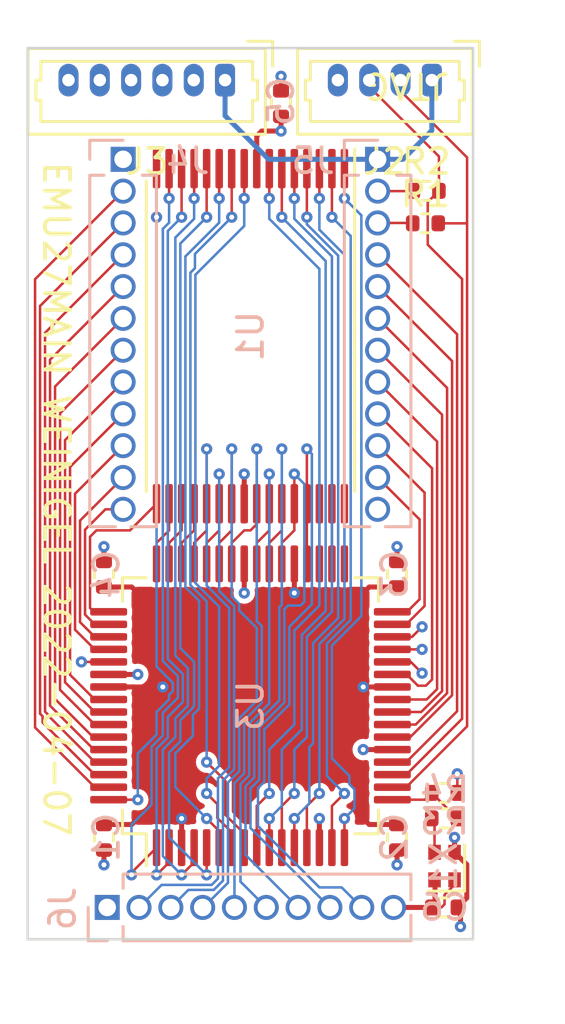
<source format=kicad_pcb>
(kicad_pcb (version 20211014) (generator pcbnew)
  (layers (0 "F.Cu" signal) (1 "In1.Cu" signal) (2 "In2.Cu" signal) (31 "B.Cu" signal) (34 "B.Paste" user) (35 "F.Paste" user) (36 "B.SilkS" user "B.Silkscreen") (37 "F.SilkS" user "F.Silkscreen") (38 "B.Mask" user) (39 "F.Mask" user) (44 "Edge.Cuts" user))
  (net 0 "")
  (net 1 "GND")
  (net 2 "A8")
  (net 3 "A9")
  (net 4 "A11")
  (net 5 "A13")
  (net 6 "+3V3")
  (net 7 "A14")
  (net 8 "A17")
  (net 9 "A16")
  (net 10 "A15")
  (net 11 "A12")
  (net 12 "A7")
  (net 13 "A6")
  (net 14 "A5")
  (net 15 "A4")
  (net 16 "A3")
  (net 17 "A2")
  (net 18 "A1")
  (net 19 "A0")
  (net 20 "D0")
  (net 21 "D1")
  (net 22 "D2")
  (net 23 "D3")
  (net 24 "D4")
  (net 25 "D5")
  (net 26 "D6")
  (net 27 "D7")
  (net 28 "A10")
  (net 29 "CE")
  (net 30 "OE")
  (net 31 "WE")
  (net 32 "A16_5V")
  (net 33 "A15_5V")
  (net 34 "A12_5V")
  (net 35 "A7_5V")
  (net 36 "A6_5V")
  (net 37 "A5_5V")
  (net 38 "A4_5V")
  (net 39 "A3_5V")
  (net 40 "A2_5V")
  (net 41 "A1_5V")
  (net 42 "A0_5V")
  (net 43 "A14_5V")
  (net 44 "A13_5V")
  (net 45 "A8_5V")
  (net 46 "A9_5V")
  (net 47 "A11_5V")
  (net 48 "OE_5V")
  (net 49 "A10_5V")
  (net 50 "CE_5V")
  (net 51 "TDI")
  (net 52 "TMS")
  (net 53 "TCK")
  (net 54 "TDO")
  (net 55 "PWR")
  (net 56 "A18")
  (net 57 "UART_RX")
  (net 58 "UART_TX")
  (net 59 "PGM_5V")
  (net 60 "A17_5V")
  (net 61 "Net-(U3-Pad17)")
  (net 62 "Net-(R3-Pad1)")
  (footprint "Resistor_SMD:R_0402_1005Metric" (layer "F.Cu") (at 107.747 114.478)
    (fp_text reference "R4")
    (fp_text value "1k")
  )
  (footprint "Resistor_SMD:R_0402_1005Metric" (layer "F.Cu") (at 101.2192 86.9678 -90)
    (fp_text reference "C5")
    (fp_text value "0.1u")
  )
  (footprint "Package_QFP:TQFP-64_10x10mm_P0.5mm" (layer "F.Cu") (at 100 111 90)
    (fp_text reference "U3")
    (fp_text value "XC9572XL-VQ64")
  )
  (footprint "Resistor_SMD:R_0402_1005Metric" (layer "F.Cu") (at 107.747 119.05 180)
    (fp_text reference "C6")
    (fp_text value "0.1u")
  )
  (footprint "Resistor_SMD:R_0402_1005Metric" (layer "F.Cu") (at 105.85 116.25 90)
    (fp_text reference "C2")
    (fp_text value "0.1u")
  )
  (footprint "Resistor_SMD:R_0402_1005Metric" (layer "F.Cu") (at 94.15 105.75 -90)
    (fp_text reference "C4")
    (fp_text value "0.1u")
  )
  (footprint "Resistor_SMD:R_0402_1005Metric" (layer "F.Cu") (at 94.15 116.25 90)
    (fp_text reference "C1")
    (fp_text value "0.1u")
  )
  (footprint "Resistor_SMD:R_0402_1005Metric" (layer "F.Cu") (at 105.85 105.75 -90)
    (fp_text reference "C3")
    (fp_text value "0.1u")
  )
  (footprint "Resistor_SMD:R_0402_1005Metric" (layer "F.Cu") (at 107.747 115.494)
    (fp_text reference "R3")
    (fp_text value "1k")
  )
  (footprint "Package_SO:TSOP-I-32_12.4x8mm_P0.5mm" (layer "F.Cu") (at 100 96.25 -90)
    (fp_text reference "U1")
    (fp_text value "SST39LF040_TSOP32")
  )
  (footprint "Resistor_SMD:R_0402_1005Metric" (layer "F.Cu") (at 106.985 91.745)
    (fp_text reference "R1")
    (fp_text value "0")
  )
  (footprint "Resistor_SMD:R_0402_1005Metric" (layer "F.Cu") (at 107.0124 90.4496)
    (fp_text reference "R2")
    (fp_text value "0")
  )
  (footprint "Connector_Molex:Molex_PicoBlade_53047-0410_1x04_P1.25mm_Vertical" (layer "F.Cu") (at 107.239 86.03 180)
    (fp_text reference "J2")
    (fp_text value "Conn_01x04")
  )
  (footprint "Connector_Molex:Molex_PicoBlade_53047-0610_1x06_P1.25mm_Vertical" (layer "F.Cu") (at 98.984 86.03 180)
    (fp_text reference "J3")
    (fp_text value "Conn_01x06")
  )
  (footprint "Oscillator:Oscillator_SMD_Abracon_ASCO-4Pin_1.6x1.2mm" (layer "F.Cu") (at 107.747 117.399 180)
    (fp_text reference "X1")
    (fp_text value "ASE-xxxMHz")
  )
  (footprint "Connector_PinSocket_1.27mm:PinSocket_1x12_P1.27mm_Vertical" (layer "B.Cu") (at 94.915007 89.190003 180)
    (fp_text reference "J4")
    (fp_text value "Conn_01x12")
  )
  (footprint "Connector_PinSocket_1.27mm:PinSocket_1x10_P1.27mm_Vertical" (layer "B.Cu") (at 94.280007 119.050003 -90)
    (fp_text reference "J6")
    (fp_text value "Conn_01x10")
  )
  (footprint "Connector_PinSocket_1.27mm:PinSocket_1x12_P1.27mm_Vertical" (layer "B.Cu") (at 105.075007 89.190003 180)
    (fp_text reference "J5")
    (fp_text value "Conn_01x12")
  )
  (gr_line (start 91.105 84.75) (end 108.885 84.75) (layer "Edge.Cuts") (width 0.1))
  (gr_line (start 108.885 120.32) (end 91.105 120.32) (layer "Edge.Cuts") (width 0.1))
  (gr_line (start 91.105 120.32) (end 91.105 84.75) (layer "Edge.Cuts") (width 0.1))
  (gr_line (start 108.885 84.75) (end 108.885 120.32) (layer "Edge.Cuts") (width 0.1))
  (gr_text "JTAG" (at 106.25 86.25 180) (layer "F.SilkS") (effects (font (size 1 1))))
  (gr_text "EMU27MAIN WEINIGEL 2022-04-07" (at 92.250006 102.75001 270) (layer "F.SilkS") (effects (font (size 1 1))))
  (segment (start 108.147 116.849) (end 108.147 116.275) (width 0.2) (layer "F.Cu") (net 1))
  (segment (start 105.85 105.24) (end 105.85 104.65) (width 0.2) (layer "F.Cu") (net 1))
  (segment (start 101.2192 86.4578) (end 101.2192 85.8776) (width 0.2) (layer "F.Cu") (net 1))
  (segment (start 99.75 105.3375) (end 99.75 106.5) (width 0.2) (layer "F.Cu") (net 1))
  (segment (start 99.75 102.9375) (end 99.75 101.75) (width 0.2) (layer "F.Cu") (net 1))
  (segment (start 108.636 117.338) (end 108.147 116.849) (width 0.2) (layer "F.Cu") (net 1))
  (segment (start 94.15 116.76) (end 94.15 117.35) (width 0.2) (layer "F.Cu") (net 1))
  (segment (start 108.257 114.478) (end 108.257 113.718) (width 0.1) (layer "F.Cu") (net 1))
  (segment (start 94.15 105.25) (end 94.15 104.65) (width 0.2) (layer "F.Cu") (net 1))
  (segment (start 105.6625 112.75) (end 104.5 112.75) (width 0.2) (layer "F.Cu") (net 1))
  (segment (start 105.85 116.76) (end 105.85 117.35) (width 0.2) (layer "F.Cu") (net 1))
  (segment (start 108.636 118.669) (end 108.636 117.338) (width 0.2) (layer "F.Cu") (net 1))
  (segment (start 108.257 113.718) (end 108.255 113.716) (width 0.1) (layer "F.Cu") (net 1))
  (segment (start 108.257 119.048) (end 108.636 118.669) (width 0.2) (layer "F.Cu") (net 1))
  (segment (start 108.257 119.05) (end 108.257 119.048) (width 0.2) (layer "F.Cu") (net 1))
  (segment (start 102.75 116.6625) (end 102.75 115.5) (width 0.2) (layer "F.Cu") (net 1))
  (segment (start 94.3375 109.75) (end 95.5 109.75) (width 0.2) (layer "F.Cu") (net 1))
  (segment (start 108.384 119.81) (end 108.382 119.812) (width 0.2) (layer "F.Cu") (net 1))
  (segment (start 108.384 119.05) (end 108.384 119.81) (width 0.2) (layer "F.Cu") (net 1))
  (segment (start 108.147 116.275) (end 108.128 116.256) (width 0.2) (layer "F.Cu") (net 1))
  (via (at 108.147002 116.256003) (size 0.45) (drill 0.2) (layers "F.Cu" "B.Cu") (net 1))
  (via (at 108.255 113.716) (size 0.45) (drill 0.2) (layers "F.Cu" "B.Cu") (net 1))
  (via (at 105.85 117.35) (size 0.45) (drill 0.2) (layers "F.Cu" "B.Cu") (net 1))
  (via (at 108.382 119.812) (size 0.45) (drill 0.2) (layers "F.Cu" "B.Cu") (net 1))
  (via (at 94.15 117.35) (size 0.45) (drill 0.2) (layers "F.Cu" "B.Cu") (net 1))
  (via (at 102.75 115.5) (size 0.45) (drill 0.2) (layers "F.Cu" "B.Cu") (net 1))
  (via (at 99.75 106.5) (size 0.45) (drill 0.2) (layers "F.Cu" "B.Cu") (net 1))
  (via (at 95.5 109.75) (size 0.45) (drill 0.2) (layers "F.Cu" "B.Cu") (net 1))
  (via (at 104.5 112.75) (size 0.45) (drill 0.2) (layers "F.Cu" "B.Cu") (net 1))
  (via (at 94.15 104.65) (size 0.45) (drill 0.2) (layers "F.Cu" "B.Cu") (net 1))
  (via (at 99.75 101.75) (size 0.45) (drill 0.2) (layers "F.Cu" "B.Cu") (net 1))
  (via (at 105.85 104.65) (size 0.45) (drill 0.2) (layers "F.Cu" "B.Cu") (net 1))
  (via (at 101.2192 85.8776) (size 0.45) (drill 0.2) (layers "F.Cu" "B.Cu") (net 1))
  (segment (start 102.25 116.6625) (end 102.25 115) (width 0.1) (layer "F.Cu") (net 2))
  (segment (start 102.25 115) (end 102.75 114.5) (width 0.1) (layer "F.Cu") (net 2))
  (segment (start 102.75 89.5625) (end 102.75 90.75) (width 0.1) (layer "F.Cu") (net 2))
  (via (at 102.75 114.5) (size 0.45) (drill 0.2) (layers "F.Cu" "B.Cu") (net 2))
  (via (at 102.75 90.75) (size 0.45) (drill 0.2) (layers "F.Cu" "B.Cu") (net 2))
  (segment (start 102.75 92) (end 102.75 90.75) (width 0.1) (layer "B.Cu") (net 2))
  (segment (start 103.75 93) (end 102.75 92) (width 0.1) (layer "B.Cu") (net 2))
  (segment (start 102.75 108.536689) (end 103.75 107.536689) (width 0.1) (layer "B.Cu") (net 2))
  (segment (start 102.75 114.5) (end 102.75 108.536689) (width 0.1) (layer "B.Cu") (net 2))
  (segment (start 103.75 107.536689) (end 103.75 93) (width 0.1) (layer "B.Cu") (net 2))
  (segment (start 103.25 89.5625) (end 103.25 91.5) (width 0.1) (layer "F.Cu") (net 3))
  (segment (start 103.25 115) (end 103.75 114.5) (width 0.1) (layer "F.Cu") (net 3))
  (segment (start 103.25 116.6625) (end 103.25 115) (width 0.1) (layer "F.Cu") (net 3))
  (via (at 103.75 114.5) (size 0.45) (drill 0.2) (layers "F.Cu" "B.Cu") (net 3))
  (via (at 103.25 91.5) (size 0.45) (drill 0.2) (layers "F.Cu" "B.Cu") (net 3))
  (segment (start 103.75 114.5) (end 103.050489 113.800489) (width 0.1) (layer "B.Cu") (net 3))
  (segment (start 103.050489 108.518351) (end 104 107.56884) (width 0.1) (layer "B.Cu") (net 3))
  (segment (start 104 92.25) (end 103.25 91.5) (width 0.1) (layer "B.Cu") (net 3))
  (segment (start 104 107.56884) (end 104 92.25) (width 0.1) (layer "B.Cu") (net 3))
  (segment (start 103.050489 113.800489) (end 103.050489 108.518351) (width 0.1) (layer "B.Cu") (net 3))
  (segment (start 103.75 89.5625) (end 103.75 90.75) (width 0.1) (layer "F.Cu") (net 4))
  (segment (start 103.75 115.5) (end 103.75 116.6625) (width 0.1) (layer "F.Cu") (net 4))
  (via (at 103.75 115.5) (size 0.45) (drill 0.2) (layers "F.Cu" "B.Cu") (net 4))
  (via (at 103.75 90.75) (size 0.45) (drill 0.2) (layers "F.Cu" "B.Cu") (net 4))
  (segment (start 104.425496 91.425496) (end 103.75 90.75) (width 0.1) (layer "B.Cu") (net 4))
  (segment (start 103.75 115.5) (end 104.149501 115.100499) (width 0.1) (layer "B.Cu") (net 4))
  (segment (start 104.149501 114.33452) (end 103.949511 114.13453) (width 0.1) (layer "B.Cu") (net 4))
  (segment (start 104.425496 107.425496) (end 104.425496 91.425496) (width 0.1) (layer "B.Cu") (net 4))
  (segment (start 103.25 108.600992) (end 104.425496 107.425496) (width 0.1) (layer "B.Cu") (net 4))
  (segment (start 103.25 113.100978) (end 103.25 108.600992) (width 0.1) (layer "B.Cu") (net 4))
  (segment (start 104.149501 115.100499) (end 104.149501 114.33452) (width 0.1) (layer "B.Cu") (net 4))
  (segment (start 103.949511 114.13453) (end 103.949511 113.800489) (width 0.1) (layer "B.Cu") (net 4))
  (segment (start 103.949511 113.800489) (end 103.25 113.100978) (width 0.1) (layer "B.Cu") (net 4))
  (segment (start 101.75 116.6625) (end 101.75 115.5) (width 0.1) (layer "F.Cu") (net 5))
  (segment (start 102.25 89.5625) (end 102.25 91.5) (width 0.1) (layer "F.Cu") (net 5))
  (via (at 101.75 115.5) (size 0.45) (drill 0.2) (layers "F.Cu" "B.Cu") (net 5))
  (via (at 102.25 91.5) (size 0.45) (drill 0.2) (layers "F.Cu" "B.Cu") (net 5))
  (segment (start 102.350499 112.649501) (end 102.5 112.5) (width 0.1) (layer "B.Cu") (net 5))
  (segment (start 102.350499 114.899501) (end 102.350499 112.649501) (width 0.1) (layer "B.Cu") (net 5))
  (segment (start 102.5 108.5) (end 103.5 107.5) (width 0.1) (layer "B.Cu") (net 5))
  (segment (start 103.5 107.5) (end 103.5 93.032152) (width 0.1) (layer "B.Cu") (net 5))
  (segment (start 102.5 112.5) (end 102.5 108.5) (width 0.1) (layer "B.Cu") (net 5))
  (segment (start 101.75 115.5) (end 102.350499 114.899501) (width 0.1) (layer "B.Cu") (net 5))
  (segment (start 102.25 91.782152) (end 102.25 91.5) (width 0.1) (layer "B.Cu") (net 5))
  (segment (start 103.5 93.032152) (end 102.25 91.782152) (width 0.1) (layer "B.Cu") (net 5))
  (segment (start 96.5 107.5) (end 96.5 110.25) (width 0.2) (layer "F.Cu") (net 6))
  (segment (start 107.347 117.949) (end 107.347 118.142) (width 0.2) (layer "F.Cu") (net 6))
  (segment (start 104.74 106.26) (end 104.5 106.5) (width 0.2) (layer "F.Cu") (net 6))
  (segment (start 100.25 89.5625) (end 100.25 88.26) (width 0.2) (layer "F.Cu") (net 6))
  (segment (start 95.26 115.74) (end 95.5 115.5) (width 0.2) (layer "F.Cu") (net 6))
  (segment (start 94.3375 110.25) (end 96.5 110.25) (width 0.2) (layer "F.Cu") (net 6))
  (segment (start 107.747 118.542) (end 107.747 118.923) (width 0.1) (layer "F.Cu") (net 6))
  (segment (start 101.75 106.5) (end 101.75 109.25) (width 0.2) (layer "F.Cu") (net 6))
  (segment (start 101.75 105.3375) (end 101.75 106.5) (width 0.2) (layer "F.Cu") (net 6))
  (segment (start 100 111) (end 103.75 111) (width 0.2) (layer "F.Cu") (net 6))
  (segment (start 97.25 113.75) (end 97.25 111) (width 0.2) (layer "F.Cu") (net 6))
  (segment (start 94.15 115.74) (end 95.26 115.74) (width 0.2) (layer "F.Cu") (net 6))
  (segment (start 104.74 115.74) (end 104.5 115.5) (width 0.2) (layer "F.Cu") (net 6))
  (segment (start 107.366 118.921) (end 107.237 119.05) (width 0.2) (layer "F.Cu") (net 6))
  (segment (start 104.5 114) (end 103.75 113.25) (width 0.2) (layer "F.Cu") (net 6))
  (segment (start 97.25 116.6625) (end 97.25 115.5) (width 0.2) (layer "F.Cu") (net 6))
  (segment (start 101.75 109.25) (end 100 111) (width 0.2) (layer "F.Cu") (net 6))
  (segment (start 95.26 106.26) (end 96.5 107.5) (width 0.2) (layer "F.Cu") (net 6))
  (segment (start 104.5 106.5) (end 101.75 106.5) (width 0.2) (layer "F.Cu") (net 6))
  (segment (start 97.25 115.5) (end 97.25 113.75) (width 0.2) (layer "F.Cu") (net 6))
  (segment (start 105.71001 119.05) (end 105.710007 119.050003) (width 0.2) (layer "F.Cu") (net 6))
  (segment (start 108.147 118.142) (end 107.747 118.542) (width 0.1) (layer "F.Cu") (net 6))
  (segment (start 100 111) (end 97.25 111) (width 0.2) (layer "F.Cu") (net 6))
  (segment (start 101.2192 87.4036) (end 101.2192 88.062) (width 0.2) (layer "F.Cu") (net 6))
  (segment (start 105.6625 110.25) (end 104.5 110.25) (width 0.2) (layer "F.Cu") (net 6))
  (segment (start 107.366 118.161) (end 107.366 118.921) (width 0.2) (layer "F.Cu") (net 6))
  (segment (start 107.62 119.05) (end 107.237 119.05) (width 0.1) (layer "F.Cu") (net 6))
  (segment (start 94.15 106.26) (end 95.26 106.26) (width 0.2) (layer "F.Cu") (net 6))
  (segment (start 103.75 111) (end 104.5 110.25) (width 0.2) (layer "F.Cu") (net 6))
  (segment (start 103.75 113.25) (end 103.75 111) (width 0.2) (layer "F.Cu") (net 6))
  (segment (start 108.147 117.949) (end 108.147 118.142) (width 0.1) (layer "F.Cu") (net 6))
  (segment (start 105.85 106.26) (end 104.74 106.26) (width 0.2) (layer "F.Cu") (net 6))
  (segment (start 100.448 88.062) (end 100.25 88.26) (width 0.2) (layer "F.Cu") (net 6))
  (segment (start 97.25 111) (end 96.5 110.25) (width 0.2) (layer "F.Cu") (net 6))
  (segment (start 107.347 118.142) (end 107.366 118.161) (width 0.2) (layer "F.Cu") (net 6))
  (segment (start 104.5 115.5) (end 104.5 114) (width 0.2) (layer "F.Cu") (net 6))
  (segment (start 101.2192 88.062) (end 100.448 88.062) (width 0.2) (layer "F.Cu") (net 6))
  (segment (start 107.747 118.923) (end 107.62 119.05) (width 0.1) (layer "F.Cu") (net 6))
  (segment (start 105.85 115.74) (end 104.74 115.74) (width 0.2) (layer "F.Cu") (net 6))
  (segment (start 95.5 115.5) (end 97.25 115.5) (width 0.2) (layer "F.Cu") (net 6))
  (segment (start 107.237 119.05) (end 105.71001 119.05) (width 0.2) (layer "F.Cu") (net 6))
  (via (at 101.2192 88.062) (size 0.45) (drill 0.2) (layers "F.Cu" "B.Cu") (net 6))
  (via (at 101.75 106.5) (size 0.45) (drill 0.2) (layers "F.Cu" "B.Cu") (net 6))
  (via (at 96.5 110.25) (size 0.45) (drill 0.2) (layers "F.Cu" "B.Cu") (net 6))
  (via (at 97.25 115.5) (size 0.45) (drill 0.2) (layers "F.Cu" "B.Cu") (net 6))
  (via (at 104.5 110.25) (size 0.45) (drill 0.2) (layers "F.Cu" "B.Cu") (net 6))
  (segment (start 101.75 90.75) (end 101.75 89.5625) (width 0.1) (layer "F.Cu") (net 7))
  (segment (start 101.25 116.6625) (end 101.25 115) (width 0.1) (layer "F.Cu") (net 7))
  (segment (start 101.25 115) (end 101.75 114.5) (width 0.1) (layer "F.Cu") (net 7))
  (via (at 101.75 90.75) (size 0.45) (drill 0.2) (layers "F.Cu" "B.Cu") (net 7))
  (via (at 101.75 114.5) (size 0.45) (drill 0.2) (layers "F.Cu" "B.Cu") (net 7))
  (segment (start 102.25 112.25) (end 102.25 108.25) (width 0.1) (layer "B.Cu") (net 7))
  (segment (start 101.75 114.5) (end 101.75 112.75) (width 0.1) (layer "B.Cu") (net 7))
  (segment (start 103.25 107.25) (end 103.25 93.064981) (width 0.1) (layer "B.Cu") (net 7))
  (segment (start 101.75 112.75) (end 102.25 112.25) (width 0.1) (layer "B.Cu") (net 7))
  (segment (start 103.25 93.064981) (end 101.75 91.564981) (width 0.1) (layer "B.Cu") (net 7))
  (segment (start 101.75 91.564981) (end 101.75 90.75) (width 0.1) (layer "B.Cu") (net 7))
  (segment (start 102.25 108.25) (end 103.25 107.25) (width 0.1) (layer "B.Cu") (net 7))
  (segment (start 101.25 89.5625) (end 101.25 91.5) (width 0.1) (layer "F.Cu") (net 8))
  (segment (start 100.75 116.6625) (end 100.75 115.5) (width 0.1) (layer "F.Cu") (net 8))
  (via (at 100.75 115.5) (size 0.45) (drill 0.2) (layers "F.Cu" "B.Cu") (net 8))
  (via (at 101.25 91.5) (size 0.45) (drill 0.2) (layers "F.Cu" "B.Cu") (net 8))
  (segment (start 103 93.25) (end 101.25 91.5) (width 0.1) (layer "B.Cu") (net 8))
  (segment (start 103 107.217848) (end 103 93.25) (width 0.1) (layer "B.Cu") (net 8))
  (segment (start 100.75 115.5) (end 101.25 115) (width 0.1) (layer "B.Cu") (net 8))
  (segment (start 102.050489 108.167359) (end 103 107.217848) (width 0.1) (layer "B.Cu") (net 8))
  (segment (start 101.25 112.75) (end 102.050489 111.949511) (width 0.1) (layer "B.Cu") (net 8))
  (segment (start 102.050489 111.949511) (end 102.050489 108.167359) (width 0.1) (layer "B.Cu") (net 8))
  (segment (start 101.25 115) (end 101.25 112.75) (width 0.1) (layer "B.Cu") (net 8))
  (segment (start 99 115.357481) (end 99 114) (width 0.1) (layer "F.Cu") (net 9))
  (segment (start 99.25 89.5625) (end 99.25 91.5) (width 0.1) (layer "F.Cu") (net 9))
  (segment (start 99.75 116.107481) (end 99 115.357481) (width 0.1) (layer "F.Cu") (net 9))
  (segment (start 99 114) (end 98.25 113.25) (width 0.1) (layer "F.Cu") (net 9))
  (segment (start 99.75 116.6625) (end 99.75 116.107481) (width 0.1) (layer "F.Cu") (net 9))
  (via (at 99.25 91.5) (size 0.45) (drill 0.2) (layers "F.Cu" "B.Cu") (net 9))
  (via (at 98.25 113.25) (size 0.45) (drill 0.2) (layers "F.Cu" "B.Cu") (net 9))
  (segment (start 98.25 113.25) (end 98.25 106.832151) (width 0.1) (layer "B.Cu") (net 9))
  (segment (start 97.782151 93.535697) (end 97.782151 92.967849) (width 0.1) (layer "B.Cu") (net 9))
  (segment (start 97.782151 92.967849) (end 99.25 91.5) (width 0.1) (layer "B.Cu") (net 9))
  (segment (start 97.600489 93.717359) (end 97.782151 93.535697) (width 0.1) (layer "B.Cu") (net 9))
  (segment (start 98.25 106.832151) (end 97.600489 106.18264) (width 0.1) (layer "B.Cu") (net 9))
  (segment (start 97.600489 106.18264) (end 97.600489 93.717359) (width 0.1) (layer "B.Cu") (net 9))
  (segment (start 98.25 115.5) (end 98.75 116) (width 0.1) (layer "F.Cu") (net 10))
  (segment (start 98.75 90.75) (end 98.75 89.5625) (width 0.1) (layer "F.Cu") (net 10))
  (segment (start 98.75 116) (end 98.75 116.6625) (width 0.1) (layer "F.Cu") (net 10))
  (via (at 98.25 115.5) (size 0.45) (drill 0.2) (layers "F.Cu" "B.Cu") (net 10))
  (via (at 98.75 90.75) (size 0.45) (drill 0.2) (layers "F.Cu" "B.Cu") (net 10))
  (segment (start 98.25 115.5) (end 97 114.25) (width 0.1) (layer "B.Cu") (net 10))
  (segment (start 97.949511 111.11479) (end 97.949511 106.813814) (width 0.1) (layer "B.Cu") (net 10))
  (segment (start 98.75 91.717848) (end 98.75 90.75) (width 0.1) (layer "B.Cu") (net 10))
  (segment (start 97.400978 93.06687) (end 98.75 91.717848) (width 0.1) (layer "B.Cu") (net 10))
  (segment (start 97 112.899022) (end 97.699511 112.199511) (width 0.1) (layer "B.Cu") (net 10))
  (segment (start 97 114.25) (end 97 112.899022) (width 0.1) (layer "B.Cu") (net 10))
  (segment (start 97.400978 106.26528) (end 97.400978 93.06687) (width 0.1) (layer "B.Cu") (net 10))
  (segment (start 97.699511 111.36479) (end 97.949511 111.11479) (width 0.1) (layer "B.Cu") (net 10))
  (segment (start 97.949511 106.813814) (end 97.400978 106.26528) (width 0.1) (layer "B.Cu") (net 10))
  (segment (start 97.699511 112.199511) (end 97.699511 111.36479) (width 0.1) (layer "B.Cu") (net 10))
  (segment (start 98.25 117.75) (end 98.25 116.6625) (width 0.1) (layer "F.Cu") (net 11))
  (segment (start 98.25 89.5625) (end 98.25 91.5) (width 0.1) (layer "F.Cu") (net 11))
  (via (at 98.25 91.5) (size 0.45) (drill 0.2) (layers "F.Cu" "B.Cu") (net 11))
  (via (at 98.25 117.75) (size 0.45) (drill 0.2) (layers "F.Cu" "B.Cu") (net 11))
  (segment (start 96.75 112.86687) (end 97.199511 112.417359) (width 0.1) (layer "B.Cu") (net 11))
  (segment (start 97.199511 92.550489) (end 98.25 91.5) (width 0.1) (layer "B.Cu") (net 11))
  (segment (start 97.199511 112.417359) (end 97.199511 111.582641) (width 0.1) (layer "B.Cu") (net 11))
  (segment (start 97.75 111) (end 97.75 109.25) (width 0.1) (layer "B.Cu") (net 11))
  (segment (start 97.75 109.25) (end 97.199511 108.699511) (width 0.1) (layer "B.Cu") (net 11))
  (segment (start 98.25 117.75) (end 96.75 116.25) (width 0.1) (layer "B.Cu") (net 11))
  (segment (start 97.699511 111.082641) (end 97.699511 111.050489) (width 0.1) (layer "B.Cu") (net 11))
  (segment (start 97.699511 111.050489) (end 97.75 111) (width 0.1) (layer "B.Cu") (net 11))
  (segment (start 97.199511 111.582641) (end 97.699511 111.082641) (width 0.1) (layer "B.Cu") (net 11))
  (segment (start 96.75 116.25) (end 96.75 112.86687) (width 0.1) (layer "B.Cu") (net 11))
  (segment (start 97.199511 108.699511) (end 97.199511 92.550489) (width 0.1) (layer "B.Cu") (net 11))
  (segment (start 97.75 116.6625) (end 97.75 117.25) (width 0.1) (layer "F.Cu") (net 12))
  (segment (start 97.75 117.25) (end 97.25 117.75) (width 0.1) (layer "F.Cu") (net 12))
  (segment (start 97.75 89.5625) (end 97.75 90.75) (width 0.1) (layer "F.Cu") (net 12))
  (via (at 97.75 90.75) (size 0.45) (drill 0.2) (layers "F.Cu" "B.Cu") (net 12))
  (via (at 97.25 117.75) (size 0.45) (drill 0.2) (layers "F.Cu" "B.Cu") (net 12))
  (segment (start 97.25 117.75) (end 96.5 117) (width 0.1) (layer "B.Cu") (net 12))
  (segment (start 97.75 90.75) (end 97.75 91.564981) (width 0.1) (layer "B.Cu") (net 12))
  (segment (start 97.5 109.5) (end 97.5 111) (width 0.1) (layer "B.Cu") (net 12))
  (segment (start 97 109) (end 97.5 109.5) (width 0.1) (layer "B.Cu") (net 12))
  (segment (start 96.5 117) (end 96.5 112.75) (width 0.1) (layer "B.Cu") (net 12))
  (segment (start 97 112.25) (end 96.5 112.75) (width 0.1) (layer "B.Cu") (net 12))
  (segment (start 97.75 91.564981) (end 97 92.314981) (width 0.1) (layer "B.Cu") (net 12))
  (segment (start 97.5 111) (end 97 111.5) (width 0.1) (layer "B.Cu") (net 12))
  (segment (start 97 92.314981) (end 97 109) (width 0.1) (layer "B.Cu") (net 12))
  (segment (start 97 111.5) (end 97 112.25) (width 0.1) (layer "B.Cu") (net 12))
  (segment (start 96.75 117.25) (end 96.25 117.75) (width 0.1) (layer "F.Cu") (net 13))
  (segment (start 96.75 116.6625) (end 96.75 117.25) (width 0.1) (layer "F.Cu") (net 13))
  (segment (start 97.25 91.5) (end 97.25 89.5625) (width 0.1) (layer "F.Cu") (net 13))
  (via (at 96.25 117.75) (size 0.45) (drill 0.2) (layers "F.Cu" "B.Cu") (net 13))
  (via (at 97.25 91.5) (size 0.45) (drill 0.2) (layers "F.Cu" "B.Cu") (net 13))
  (segment (start 97.298523 109.734219) (end 96.699511 109.135207) (width 0.1) (layer "B.Cu") (net 13))
  (segment (start 96.699511 112.268338) (end 96.699511 111.449511) (width 0.1) (layer "B.Cu") (net 13))
  (segment (start 97.298523 110.850499) (end 97.298523 109.734219) (width 0.1) (layer "B.Cu") (net 13))
  (segment (start 96.25 112.717849) (end 96.699511 112.268338) (width 0.1) (layer "B.Cu") (net 13))
  (segment (start 96.699511 111.449511) (end 97.298523 110.850499) (width 0.1) (layer "B.Cu") (net 13))
  (segment (start 96.699511 109.135207) (end 96.699511 92.050489) (width 0.1) (layer "B.Cu") (net 13))
  (segment (start 96.25 117.75) (end 96.25 112.717849) (width 0.1) (layer "B.Cu") (net 13))
  (segment (start 96.699511 92.050489) (end 97.25 91.5) (width 0.1) (layer "B.Cu") (net 13))
  (segment (start 96.25 116.6625) (end 95.25 117.6625) (width 0.1) (layer "F.Cu") (net 14))
  (segment (start 96.75 89.5625) (end 96.75 90.75) (width 0.1) (layer "F.Cu") (net 14))
  (via (at 96.75 90.75) (size 0.45) (drill 0.2) (layers "F.Cu" "B.Cu") (net 14))
  (via (at 95.25 117.75) (size 0.45) (drill 0.2) (layers "F.Cu" "B.Cu") (net 14))
  (segment (start 96.75 90.75) (end 96.75 91.717848) (width 0.1) (layer "B.Cu") (net 14))
  (segment (start 97.099012 109.81686) (end 97.099012 110.683139) (width 0.1) (layer "B.Cu") (net 14))
  (segment (start 96.5 111.282151) (end 96.5 112.185697) (width 0.1) (layer "B.Cu") (net 14))
  (segment (start 95.25 115.75) (end 95.25 117.75) (width 0.1) (layer "B.Cu") (net 14))
  (segment (start 96.050489 114.949511) (end 95.25 115.75) (width 0.1) (layer "B.Cu") (net 14))
  (segment (start 96.050489 112.635209) (end 96.050489 114.949511) (width 0.1) (layer "B.Cu") (net 14))
  (segment (start 96.5 91.967848) (end 96.5 109.217848) (width 0.1) (layer "B.Cu") (net 14))
  (segment (start 96.5 109.217848) (end 97.099012 109.81686) (width 0.1) (layer "B.Cu") (net 14))
  (segment (start 97.099012 110.683139) (end 96.5 111.282151) (width 0.1) (layer "B.Cu") (net 14))
  (segment (start 96.5 112.185697) (end 96.050489 112.635209) (width 0.1) (layer "B.Cu") (net 14))
  (segment (start 96.75 91.717848) (end 96.5 91.967848) (width 0.1) (layer "B.Cu") (net 14))
  (segment (start 96.25 89.5625) (end 96.25 91.5) (width 0.1) (layer "F.Cu") (net 15))
  (segment (start 94.3375 114.75) (end 95.5 114.75) (width 0.1) (layer "F.Cu") (net 15))
  (via (at 95.5 114.75) (size 0.45) (drill 0.2) (layers "F.Cu" "B.Cu") (net 15))
  (via (at 96.25 91.5) (size 0.45) (drill 0.2) (layers "F.Cu" "B.Cu") (net 15))
  (segment (start 96.899501 110.08452) (end 96.899501 110.41548) (width 0.1) (layer "B.Cu") (net 15))
  (segment (start 96.25 112.153547) (end 95.5 112.903548) (width 0.1) (layer "B.Cu") (net 15))
  (segment (start 96.75 110.564981) (end 96.75 110.75) (width 0.1) (layer "B.Cu") (net 15))
  (segment (start 96.75 110.75) (end 96.25 111.25) (width 0.1) (layer "B.Cu") (net 15))
  (segment (start 96.25 111.25) (end 96.25 112.153547) (width 0.1) (layer "B.Cu") (net 15))
  (segment (start 96.25 91.5) (end 96.25 109.435019) (width 0.1) (layer "B.Cu") (net 15))
  (segment (start 95.5 112.903548) (end 95.5 114.75) (width 0.1) (layer "B.Cu") (net 15))
  (segment (start 96.899501 110.41548) (end 96.75 110.564981) (width 0.1) (layer "B.Cu") (net 15))
  (segment (start 96.25 109.435019) (end 96.899501 110.08452) (width 0.1) (layer "B.Cu") (net 15))
  (segment (start 96.25 102.9375) (end 95.1875 104) (width 0.1) (layer "F.Cu") (net 16))
  (segment (start 93.594639 104.255361) (end 93.594639 107.094639) (width 0.1) (layer "F.Cu") (net 16))
  (segment (start 95.1875 104) (end 93.85 104) (width 0.1) (layer "F.Cu") (net 16))
  (segment (start 93.75 107.25) (end 94.3375 107.25) (width 0.1) (layer "F.Cu") (net 16))
  (segment (start 93.594639 107.094639) (end 93.75 107.25) (width 0.1) (layer "F.Cu") (net 16))
  (segment (start 93.85 104) (end 93.594639 104.255361) (width 0.1) (layer "F.Cu") (net 16))
  (segment (start 96.25 104.5) (end 96.75 104) (width 0.1) (layer "F.Cu") (net 17))
  (segment (start 96.25 105.3375) (end 96.25 104.5) (width 0.1) (layer "F.Cu") (net 17))
  (segment (start 96.75 104) (end 96.75 102.9375) (width 0.1) (layer "F.Cu") (net 17))
  (segment (start 97.25 104) (end 97.25 102.9375) (width 0.1) (layer "F.Cu") (net 18))
  (segment (start 96.75 104.5) (end 97.25 104) (width 0.1) (layer "F.Cu") (net 18))
  (segment (start 96.75 105.3375) (end 96.75 104.5) (width 0.1) (layer "F.Cu") (net 18))
  (segment (start 97.75 104) (end 97.75 102.9375) (width 0.1) (layer "F.Cu") (net 19))
  (segment (start 97.25 104.5) (end 97.75 104) (width 0.1) (layer "F.Cu") (net 19))
  (segment (start 97.25 105.3375) (end 97.25 104.5) (width 0.1) (layer "F.Cu") (net 19))
  (segment (start 97.75 104.5) (end 98.25 104) (width 0.1) (layer "F.Cu") (net 20))
  (segment (start 98.25 104) (end 98.25 102.9375) (width 0.1) (layer "F.Cu") (net 20))
  (segment (start 97.75 105.3375) (end 97.75 104.5) (width 0.1) (layer "F.Cu") (net 20))
  (segment (start 98.25 102.9375) (end 98.25 100.75) (width 0.1) (layer "F.Cu") (net 20))
  (via (at 98.25 100.75) (size 0.45) (drill 0.2) (layers "F.Cu" "B.Cu") (net 20))
  (segment (start 96.450509 118.149501) (end 98.450499 118.149501) (width 0.1) (layer "B.Cu") (net 20))
  (segment (start 98.450499 118.149501) (end 98.701467 117.898533) (width 0.1) (layer "B.Cu") (net 20))
  (segment (start 95.550007 119.050003) (end 96.450509 118.149501) (width 0.1) (layer "B.Cu") (net 20))
  (segment (start 99.15 107.1) (end 98.25 106.2) (width 0.1) (layer "B.Cu") (net 20))
  (segment (start 98.701467 117.898533) (end 98.701467 113.898533) (width 0.1) (layer "B.Cu") (net 20))
  (segment (start 98.701467 113.898533) (end 99.15 113.45) (width 0.1) (layer "B.Cu") (net 20))
  (segment (start 98.25 106.2) (end 98.25 100.75) (width 0.1) (layer "B.Cu") (net 20))
  (segment (start 99.15 113.45) (end 99.15 107.1) (width 0.1) (layer "B.Cu") (net 20))
  (segment (start 98.75 104) (end 98.75 102.9375) (width 0.1) (layer "F.Cu") (net 21))
  (segment (start 98.25 104.5) (end 98.75 104) (width 0.1) (layer "F.Cu") (net 21))
  (segment (start 98.25 105.3375) (end 98.25 104.5) (width 0.1) (layer "F.Cu") (net 21))
  (segment (start 98.75 102.9375) (end 98.75 101.75) (width 0.1) (layer "F.Cu") (net 21))
  (via (at 98.75 101.75) (size 0.45) (drill 0.2) (layers "F.Cu" "B.Cu") (net 21))
  (segment (start 98.75 101.75) (end 98.75 106.417848) (width 0.1) (layer "B.Cu") (net 21))
  (segment (start 99.349511 107.01736) (end 99.349511 113.532641) (width 0.1) (layer "B.Cu") (net 21))
  (segment (start 98.900978 113.981174) (end 98.900978 117.981174) (width 0.1) (layer "B.Cu") (net 21))
  (segment (start 97.520499 118.349511) (end 96.820007 119.050003) (width 0.1) (layer "B.Cu") (net 21))
  (segment (start 98.900978 117.981174) (end 98.532641 118.349511) (width 0.1) (layer "B.Cu") (net 21))
  (segment (start 99.349511 113.532641) (end 98.900978 113.981174) (width 0.1) (layer "B.Cu") (net 21))
  (segment (start 98.532641 118.349511) (end 97.520499 118.349511) (width 0.1) (layer "B.Cu") (net 21))
  (segment (start 98.75 106.417848) (end 99.349511 107.01736) (width 0.1) (layer "B.Cu") (net 21))
  (segment (start 98.75 104.5) (end 99.25 104) (width 0.1) (layer "F.Cu") (net 22))
  (segment (start 98.75 105.3375) (end 98.75 104.5) (width 0.1) (layer "F.Cu") (net 22))
  (segment (start 99.25 102.9375) (end 99.25 100.75) (width 0.1) (layer "F.Cu") (net 22))
  (segment (start 99.25 104) (end 99.25 102.9375) (width 0.1) (layer "F.Cu") (net 22))
  (via (at 99.25 100.75) (size 0.45) (drill 0.2) (layers "F.Cu" "B.Cu") (net 22))
  (segment (start 99.549022 107.199022) (end 99.549022 106.93472) (width 0.1) (layer "B.Cu") (net 22))
  (segment (start 99.55 111.5) (end 100.25 110.8) (width 0.1) (layer "B.Cu") (net 22))
  (segment (start 99.549022 106.93472) (end 99.25 106.635698) (width 0.1) (layer "B.Cu") (net 22))
  (segment (start 99.100489 118.067359) (end 99.100489 114.063815) (width 0.1) (layer "B.Cu") (net 22))
  (segment (start 99.100489 114.063815) (end 99.55 113.614304) (width 0.1) (layer "B.Cu") (net 22))
  (segment (start 100.25 110.8) (end 100.25 107.9) (width 0.1) (layer "B.Cu") (net 22))
  (segment (start 98.090007 119.050003) (end 98.117845 119.050003) (width 0.1) (layer "B.Cu") (net 22))
  (segment (start 100.25 107.9) (end 99.549022 107.199022) (width 0.1) (layer "B.Cu") (net 22))
  (segment (start 99.55 113.614304) (end 99.55 111.5) (width 0.1) (layer "B.Cu") (net 22))
  (segment (start 99.25 106.635698) (end 99.25 100.75) (width 0.1) (layer "B.Cu") (net 22))
  (segment (start 98.117845 119.050003) (end 99.100489 118.067359) (width 0.1) (layer "B.Cu") (net 22))
  (segment (start 100.25 102.9375) (end 100.25 100.75) (width 0.1) (layer "F.Cu") (net 23))
  (segment (start 99.25 105.3375) (end 99.25 104.5) (width 0.1) (layer "F.Cu") (net 23))
  (segment (start 99.25 104.5) (end 99.75 104) (width 0.1) (layer "F.Cu") (net 23))
  (segment (start 99.75 104) (end 100 104) (width 0.1) (layer "F.Cu") (net 23))
  (segment (start 100.25 103.75) (end 100.25 102.9375) (width 0.1) (layer "F.Cu") (net 23))
  (segment (start 100 104) (end 100.25 103.75) (width 0.1) (layer "F.Cu") (net 23))
  (via (at 100.25 100.75) (size 0.45) (drill 0.2) (layers "F.Cu" "B.Cu") (net 23))
  (segment (start 100.25 107.617848) (end 100.25 100.75) (width 0.1) (layer "B.Cu") (net 23))
  (segment (start 100.449511 107.817359) (end 100.25 107.617848) (width 0.1) (layer "B.Cu") (net 23))
  (segment (start 100.449511 110.88264) (end 100.449511 107.817359) (width 0.1) (layer "B.Cu") (net 23))
  (segment (start 99.749511 111.582641) (end 100.449511 110.88264) (width 0.1) (layer "B.Cu") (net 23))
  (segment (start 99.360007 114.086448) (end 99.749511 113.696944) (width 0.1) (layer "B.Cu") (net 23))
  (segment (start 99.360007 119.050003) (end 99.360007 114.086448) (width 0.1) (layer "B.Cu") (net 23))
  (segment (start 99.749511 113.696944) (end 99.749511 111.582641) (width 0.1) (layer "B.Cu") (net 23))
  (segment (start 100.75 102.9375) (end 100.75 101.75) (width 0.1) (layer "F.Cu") (net 24))
  (segment (start 100.75 104) (end 100.75 102.9375) (width 0.1) (layer "F.Cu") (net 24))
  (segment (start 100.25 104.5) (end 100.75 104) (width 0.1) (layer "F.Cu") (net 24))
  (segment (start 100.25 105.3375) (end 100.25 104.5) (width 0.1) (layer "F.Cu") (net 24))
  (via (at 100.75 101.75) (size 0.45) (drill 0.2) (layers "F.Cu" "B.Cu") (net 24))
  (segment (start 99.600978 118.020974) (end 99.600978 114.127627) (width 0.1) (layer "B.Cu") (net 24))
  (segment (start 99.949022 111.704524) (end 100.75 110.903545) (width 0.1) (layer "B.Cu") (net 24))
  (segment (start 99.600978 114.127627) (end 99.949022 113.779583) (width 0.1) (layer "B.Cu") (net 24))
  (segment (start 100.75 110.903545) (end 100.75 101.75) (width 0.1) (layer "B.Cu") (net 24))
  (segment (start 99.949022 113.779583) (end 99.949022 111.704524) (width 0.1) (layer "B.Cu") (net 24))
  (segment (start 100.630007 119.050003) (end 99.600978 118.020974) (width 0.1) (layer "B.Cu") (net 24))
  (segment (start 100.75 104.5) (end 101.25 104) (width 0.1) (layer "F.Cu") (net 25))
  (segment (start 100.75 105.3375) (end 100.75 104.5) (width 0.1) (layer "F.Cu") (net 25))
  (segment (start 101.25 104) (end 101.25 102.9375) (width 0.1) (layer "F.Cu") (net 25))
  (segment (start 101.25 102.9375) (end 101.25 100.75) (width 0.1) (layer "F.Cu") (net 25))
  (via (at 101.25 100.75) (size 0.45) (drill 0.2) (layers "F.Cu" "B.Cu") (net 25))
  (segment (start 100.149511 111.786185) (end 101.151467 110.784229) (width 0.1) (layer "B.Cu") (net 25))
  (segment (start 101.900007 119.050003) (end 99.800489 116.950485) (width 0.1) (layer "B.Cu") (net 25))
  (segment (start 101.25 106.967849) (end 101.25 100.75) (width 0.1) (layer "B.Cu") (net 25))
  (segment (start 99.800489 114.210266) (end 100.149511 113.861244) (width 0.1) (layer "B.Cu") (net 25))
  (segment (start 99.800489 116.950485) (end 99.800489 114.210266) (width 0.1) (layer "B.Cu") (net 25))
  (segment (start 101.151467 107.066381) (end 101.25 106.967849) (width 0.1) (layer "B.Cu") (net 25))
  (segment (start 101.151467 110.784229) (end 101.151467 107.066381) (width 0.1) (layer "B.Cu") (net 25))
  (segment (start 100.149511 113.861244) (end 100.149511 111.786185) (width 0.1) (layer "B.Cu") (net 25))
  (segment (start 101.25 105.3375) (end 101.25 104.5) (width 0.1) (layer "F.Cu") (net 26))
  (segment (start 101.75 104) (end 101.75 102.9375) (width 0.1) (layer "F.Cu") (net 26))
  (segment (start 101.25 104.5) (end 101.75 104) (width 0.1) (layer "F.Cu") (net 26))
  (segment (start 101.75 102.9375) (end 101.75 101.75) (width 0.1) (layer "F.Cu") (net 26))
  (via (at 101.75 101.75) (size 0.45) (drill 0.2) (layers "F.Cu" "B.Cu") (net 26))
  (segment (start 101.5 107) (end 102 107) (width 0.1) (layer "B.Cu") (net 26))
  (segment (start 103.170007 119.050003) (end 100 115.879996) (width 0.1) (layer "B.Cu") (net 26))
  (segment (start 100 114.3) (end 100.35 113.95) (width 0.1) (layer "B.Cu") (net 26))
  (segment (start 102.149501 106.850499) (end 102.149501 102.149501) (width 0.1) (layer "B.Cu") (net 26))
  (segment (start 101.350978 110.86687) (end 101.350978 107.149022) (width 0.1) (layer "B.Cu") (net 26))
  (segment (start 102.149501 102.149501) (end 101.75 101.75) (width 0.1) (layer "B.Cu") (net 26))
  (segment (start 100 115.879996) (end 100 114.3) (width 0.1) (layer "B.Cu") (net 26))
  (segment (start 101.350978 107.149022) (end 101.5 107) (width 0.1) (layer "B.Cu") (net 26))
  (segment (start 100.35 111.867848) (end 101.350978 110.86687) (width 0.1) (layer "B.Cu") (net 26))
  (segment (start 102 107) (end 102.149501 106.850499) (width 0.1) (layer "B.Cu") (net 26))
  (segment (start 100.35 113.95) (end 100.35 111.867848) (width 0.1) (layer "B.Cu") (net 26))
  (segment (start 102.25 105.3375) (end 102.25 102.9375) (width 0.1) (layer "F.Cu") (net 27))
  (segment (start 102.25 102.9375) (end 102.25 100.75) (width 0.1) (layer "F.Cu") (net 27))
  (via (at 102.25 100.75) (size 0.45) (drill 0.2) (layers "F.Cu" "B.Cu") (net 27))
  (segment (start 103.640004 118.25) (end 104.440007 119.050003) (width 0.1) (layer "B.Cu") (net 27))
  (segment (start 102.449511 106.949511) (end 101.550489 107.848533) (width 0.1) (layer "B.Cu") (net 27))
  (segment (start 101.550489 110.949511) (end 100.549511 111.950489) (width 0.1) (layer "B.Cu") (net 27))
  (segment (start 101.550489 107.848533) (end 101.550489 110.949511) (width 0.1) (layer "B.Cu") (net 27))
  (segment (start 100.299511 114.282641) (end 100.299511 115.799511) (width 0.1) (layer "B.Cu") (net 27))
  (segment (start 102.25 100.75) (end 102.449511 100.949511) (width 0.1) (layer "B.Cu") (net 27))
  (segment (start 100.549511 111.950489) (end 100.549511 114.032641) (width 0.1) (layer "B.Cu") (net 27))
  (segment (start 100.549511 114.032641) (end 100.299511 114.282641) (width 0.1) (layer "B.Cu") (net 27))
  (segment (start 102.75 118.25) (end 103.640004 118.25) (width 0.1) (layer "B.Cu") (net 27))
  (segment (start 100.299511 115.799511) (end 102.75 118.25) (width 0.1) (layer "B.Cu") (net 27))
  (segment (start 102.449511 100.949511) (end 102.449511 106.949511) (width 0.1) (layer "B.Cu") (net 27))
  (segment (start 103.25 105.3375) (end 103.25 102.9375) (width 0.1) (layer "F.Cu") (net 28))
  (segment (start 102.75 102.9375) (end 102.75 105.3375) (width 0.1) (layer "F.Cu") (net 29))
  (segment (start 103.75 102.9375) (end 103.75 105.3375) (width 0.1) (layer "F.Cu") (net 30))
  (segment (start 100.25 116.6625) (end 100.25 115) (width 0.1) (layer "F.Cu") (net 31))
  (segment (start 100.75 89.5625) (end 100.75 90.75) (width 0.1) (layer "F.Cu") (net 31))
  (segment (start 100.25 115) (end 100.75 114.5) (width 0.1) (layer "F.Cu") (net 31))
  (via (at 100.75 90.75) (size 0.45) (drill 0.2) (layers "F.Cu" "B.Cu") (net 31))
  (via (at 100.75 114.5) (size 0.45) (drill 0.2) (layers "F.Cu" "B.Cu") (net 31))
  (segment (start 101.75 111.75) (end 101.75 108) (width 0.1) (layer "B.Cu") (net 31))
  (segment (start 102.75 107) (end 102.75 93.564981) (width 0.1) (layer "B.Cu") (net 31))
  (segment (start 101.75 108) (end 102.75 107) (width 0.1) (layer "B.Cu") (net 31))
  (segment (start 100.75 112.75) (end 101.75 111.75) (width 0.1) (layer "B.Cu") (net 31))
  (segment (start 100.75 114.5) (end 100.75 112.75) (width 0.1) (layer "B.Cu") (net 31))
  (segment (start 102.75 93.564981) (end 100.75 91.564981) (width 0.1) (layer "B.Cu") (net 31))
  (segment (start 100.75 91.564981) (end 100.75 90.75) (width 0.1) (layer "B.Cu") (net 31))
  (segment locked (start 91.4 111.86752) (end 91.4 93.97501) (width 0.1) (layer "F.Cu") (net 32))
  (segment (start 94.3375 114.25) (end 93.782481 114.25) (width 0.1) (layer "F.Cu") (net 32))
  (segment (start 93.782481 114.25) (end 91.4 111.86752) (width 0.1) (layer "F.Cu") (net 32))
  (segment (start 91.4 93.97501) (end 94.915007 90.460003) (width 0.1) (layer "F.Cu") (net 32))
  (segment (start 94.915007 91.730003) (end 91.599511 95.045499) (width 0.1) (layer "F.Cu") (net 33))
  (segment (start 91.699511 111.66703) (end 93.782481 113.75) (width 0.1) (layer "F.Cu") (net 33))
  (segment (start 91.599511 111.31736) (end 91.699511 111.41736) (width 0.1) (layer "F.Cu") (net 33))
  (segment (start 93.782481 113.75) (end 94.3375 113.75) (width 0.1) (layer "F.Cu") (net 33))
  (segment (start 91.699511 111.41736) (end 91.699511 111.66703) (width 0.1) (layer "F.Cu") (net 33))
  (segment (start 91.599511 95.045499) (end 91.599511 111.31736) (width 0.1) (layer "F.Cu") (net 33))
  (segment (start 91.899022 111.366541) (end 93.782481 113.25) (width 0.1) (layer "F.Cu") (net 34))
  (segment (start 91.799022 96.115988) (end 91.799022 111.234719) (width 0.1) (layer "F.Cu") (net 34))
  (segment (start 91.899022 111.334719) (end 91.899022 111.366541) (width 0.1) (layer "F.Cu") (net 34))
  (segment (start 91.799022 111.234719) (end 91.899022 111.334719) (width 0.1) (layer "F.Cu") (net 34))
  (segment (start 94.915007 93.000003) (end 91.799022 96.115988) (width 0.1) (layer "F.Cu") (net 34))
  (segment (start 93.782481 113.25) (end 94.3375 113.25) (width 0.1) (layer "F.Cu") (net 34))
  (segment (start 94.915007 94.270003) (end 91.998533 97.186477) (width 0.1) (layer "F.Cu") (net 35))
  (segment (start 93.75 112.75) (end 94.3375 112.75) (width 0.1) (layer "F.Cu") (net 35))
  (segment (start 91.998533 110.998533) (end 93.75 112.75) (width 0.1) (layer "F.Cu") (net 35))
  (segment (start 91.998533 97.186477) (end 91.998533 110.998533) (width 0.1) (layer "F.Cu") (net 35))
  (segment (start 92.198044 110.730195) (end 93.717849 112.25) (width 0.1) (layer "F.Cu") (net 36))
  (segment (start 93.717849 112.25) (end 94.3375 112.25) (width 0.1) (layer "F.Cu") (net 36))
  (segment (start 92.198044 98.256966) (end 92.198044 110.730195) (width 0.1) (layer "F.Cu") (net 36))
  (segment (start 94.915007 95.540003) (end 92.198044 98.256966) (width 0.1) (layer "F.Cu") (net 36))
  (segment (start 92.397555 110.365074) (end 93.782481 111.75) (width 0.1) (layer "F.Cu") (net 37))
  (segment (start 94.915007 96.810003) (end 92.397555 99.327455) (width 0.1) (layer "F.Cu") (net 37))
  (segment (start 92.397555 99.327455) (end 92.397555 110.365074) (width 0.1) (layer "F.Cu") (net 37))
  (segment (start 93.782481 111.75) (end 94.3375 111.75) (width 0.1) (layer "F.Cu") (net 37))
  (segment (start 92.597066 100.397944) (end 94.915007 98.080003) (width 0.1) (layer "F.Cu") (net 38))
  (segment (start 93.782481 111.25) (end 92.597066 110.064585) (width 0.1) (layer "F.Cu") (net 38))
  (segment (start 94.3375 111.25) (end 93.782481 111.25) (width 0.1) (layer "F.Cu") (net 38))
  (segment (start 92.597066 110.064585) (end 92.597066 100.397944) (width 0.1) (layer "F.Cu") (net 38))
  (segment (start 92.796577 101.468433) (end 94.915007 99.350003) (width 0.1) (layer "F.Cu") (net 39))
  (segment (start 93.782481 110.75) (end 92.796577 109.764096) (width 0.1) (layer "F.Cu") (net 39))
  (segment (start 94.3375 110.75) (end 93.782481 110.75) (width 0.1) (layer "F.Cu") (net 39))
  (segment (start 92.796577 109.764096) (end 92.796577 101.468433) (width 0.1) (layer "F.Cu") (net 39))
  (segment (start 92.996088 102.538922) (end 92.996088 107.963608) (width 0.1) (layer "F.Cu") (net 40))
  (segment (start 93.782481 108.75) (end 94.3375 108.75) (width 0.1) (layer "F.Cu") (net 40))
  (segment (start 92.996088 107.963608) (end 93.782481 108.75) (width 0.1) (layer "F.Cu") (net 40))
  (segment (start 94.915007 100.620003) (end 92.996088 102.538922) (width 0.1) (layer "F.Cu") (net 40))
  (segment (start 93.782481 108.25) (end 94.3375 108.25) (width 0.1) (layer "F.Cu") (net 41))
  (segment (start 93.195599 103.609411) (end 93.195599 107.663119) (width 0.1) (layer "F.Cu") (net 41))
  (segment (start 94.915007 101.890003) (end 93.195599 103.609411) (width 0.1) (layer "F.Cu") (net 41))
  (segment (start 93.195599 107.663119) (end 93.782481 108.25) (width 0.1) (layer "F.Cu") (net 41))
  (segment (start 94.915007 103.160003) (end 94.207901 103.160003) (width 0.1) (layer "F.Cu") (net 42))
  (segment (start 93.782481 107.75) (end 94.3375 107.75) (width 0.1) (layer "F.Cu") (net 42))
  (segment (start 94.207901 103.160003) (end 93.395119 103.972785) (width 0.1) (layer "F.Cu") (net 42))
  (segment (start 93.395119 107.362637) (end 93.782481 107.75) (width 0.1) (layer "F.Cu") (net 42))
  (segment (start 93.395119 103.972785) (end 93.395119 107.362637) (width 0.1) (layer "F.Cu") (net 42))
  (segment (start 108.247555 111.219964) (end 108.247555 96.172551) (width 0.1) (layer "F.Cu") (net 43))
  (segment (start 105.6625 113.25) (end 106.217519 113.25) (width 0.1) (layer "F.Cu") (net 43))
  (segment (start 108.247555 96.172551) (end 105.075007 93.000003) (width 0.1) (layer "F.Cu") (net 43))
  (segment (start 106.217519 113.25) (end 108.247555 111.219964) (width 0.1) (layer "F.Cu") (net 43))
  (segment (start 108.048043 97.243039) (end 105.075007 94.270003) (width 0.1) (layer "F.Cu") (net 44))
  (segment (start 105.6625 112.25) (end 106.378605 112.25) (width 0.1) (layer "F.Cu") (net 44))
  (segment (start 108.048043 110.580562) (end 108.048043 97.243039) (width 0.1) (layer "F.Cu") (net 44))
  (segment (start 106.378605 112.25) (end 108.048043 110.580562) (width 0.1) (layer "F.Cu") (net 44))
  (segment (start 106.596454 111.75) (end 105.6625 111.75) (width 0.1) (layer "F.Cu") (net 45))
  (segment (start 107.848532 110.497922) (end 106.596454 111.75) (width 0.1) (layer "F.Cu") (net 45))
  (segment (start 107.848532 98.313528) (end 107.848532 110.497922) (width 0.1) (layer "F.Cu") (net 45))
  (segment (start 105.075007 95.540003) (end 107.848532 98.313528) (width 0.1) (layer "F.Cu") (net 45))
  (segment (start 106.814303 111.25) (end 105.6625 111.25) (width 0.1) (layer "F.Cu") (net 46))
  (segment (start 107.649022 110.415281) (end 106.814303 111.25) (width 0.1) (layer "F.Cu") (net 46))
  (segment (start 107.649022 99.384018) (end 107.649022 110.415281) (width 0.1) (layer "F.Cu") (net 46))
  (segment (start 105.075007 96.810003) (end 107.649022 99.384018) (width 0.1) (layer "F.Cu") (net 46))
  (segment (start 105.6625 110.75) (end 107.032151 110.75) (width 0.1) (layer "F.Cu") (net 47))
  (segment (start 107.449511 100.454507) (end 105.075007 98.080003) (width 0.1) (layer "F.Cu") (net 47))
  (segment (start 107.032151 110.75) (end 107.449511 110.33264) (width 0.1) (layer "F.Cu") (net 47))
  (segment (start 107.449511 110.33264) (end 107.449511 100.454507) (width 0.1) (layer "F.Cu") (net 47))
  (segment (start 106.235019 109.75) (end 106.685018 110.2) (width 0.1) (layer "F.Cu") (net 48))
  (segment (start 107.25 101.524996) (end 105.075007 99.350003) (width 0.1) (layer "F.Cu") (net 48))
  (segment (start 107 110.2) (end 107.25 109.95) (width 0.1) (layer "F.Cu") (net 48))
  (segment (start 105.6625 109.75) (end 106.235019 109.75) (width 0.1) (layer "F.Cu") (net 48))
  (segment (start 106.685018 110.2) (end 107 110.2) (width 0.1) (layer "F.Cu") (net 48))
  (segment (start 107.25 109.95) (end 107.25 101.524996) (width 0.1) (layer "F.Cu") (net 48))
  (segment (start 106.949511 107.018008) (end 106.949511 102.494507) (width 0.1) (layer "F.Cu") (net 49))
  (segment (start 106.217519 107.75) (end 106.949511 107.018008) (width 0.1) (layer "F.Cu") (net 49))
  (segment (start 105.6625 107.75) (end 106.217519 107.75) (width 0.1) (layer "F.Cu") (net 49))
  (segment (start 106.949511 102.494507) (end 105.075007 100.620003) (width 0.1) (layer "F.Cu") (net 49))
  (segment (start 105.6625 107.25) (end 106.25 107.25) (width 0.1) (layer "F.Cu") (net 50))
  (segment (start 106.75 106.75) (end 106.75 103.564996) (width 0.1) (layer "F.Cu") (net 50))
  (segment (start 106.75 103.564996) (end 105.075007 101.890003) (width 0.1) (layer "F.Cu") (net 50))
  (segment (start 106.25 107.25) (end 106.75 106.75) (width 0.1) (layer "F.Cu") (net 50))
  (segment (start 105.6625 109.25) (end 106.4 109.25) (width 0.1) (layer "F.Cu") (net 51))
  (segment (start 106.4 109.25) (end 106.85 109.7) (width 0.1) (layer "F.Cu") (net 51))
  (via (at 106.85 109.7) (size 0.45) (drill 0.2) (layers "F.Cu" "B.Cu") (net 51))
  (segment (start 105.6625 108.75) (end 106.85 108.75) (width 0.1) (layer "F.Cu") (net 52))
  (via (at 106.85 108.75) (size 0.45) (drill 0.2) (layers "F.Cu" "B.Cu") (net 52))
  (segment (start 105.6625 108.25) (end 106.45 108.25) (width 0.1) (layer "F.Cu") (net 53))
  (segment (start 106.45 108.25) (end 106.85 107.85) (width 0.1) (layer "F.Cu") (net 53))
  (via (at 106.85 107.85) (size 0.45) (drill 0.2) (layers "F.Cu" "B.Cu") (net 53))
  (segment (start 94.3375 109.25) (end 93.25 109.25) (width 0.1) (layer "F.Cu") (net 54))
  (via locked (at 93.25 109.25) (size 0.45) (drill 0.2) (layers "F.Cu" "B.Cu") (net 54))
  (segment (start 98.984 87.4524) (end 98.984 86.03) (width 0.2) (layer "B.Cu") (net 55))
  (segment (start 105.075007 89.190003) (end 106.085597 89.190003) (width 0.2) (layer "B.Cu") (net 55))
  (segment (start 105.075007 89.190003) (end 100.721603 89.190003) (width 0.2) (layer "B.Cu") (net 55))
  (segment (start 100.721603 89.190003) (end 98.984 87.4524) (width 0.2) (layer "B.Cu") (net 55))
  (segment (start 107.239 88.0366) (end 107.239 86.03) (width 0.2) (layer "B.Cu") (net 55))
  (segment (start 106.085597 89.190003) (end 107.239 88.0366) (width 0.2) (layer "B.Cu") (net 55))
  (segment (start 99.75 89.5625) (end 99.75 90.75) (width 0.1) (layer "F.Cu") (net 56))
  (segment (start 98.675 114.925) (end 98.25 114.5) (width 0.1) (layer "F.Cu") (net 56))
  (segment (start 99.25 116.6625) (end 99.25 116.05) (width 0.1) (layer "F.Cu") (net 56))
  (segment (start 99.25 116.05) (end 98.675 115.475) (width 0.1) (layer "F.Cu") (net 56))
  (segment (start 98.675 115.475) (end 98.675 114.925) (width 0.1) (layer "F.Cu") (net 56))
  (via (at 99.75 90.75) (size 0.45) (drill 0.2) (layers "F.Cu" "B.Cu") (net 56))
  (via (at 98.25 114.5) (size 0.45) (drill 0.2) (layers "F.Cu" "B.Cu") (net 56))
  (segment (start 98.25 113.9) (end 98.75 113.4) (width 0.1) (layer "B.Cu") (net 56))
  (segment (start 97.8 106.1) (end 97.8 100.75) (width 0.1) (layer "B.Cu") (net 56))
  (segment (start 98.75 107.05) (end 98.05 106.35) (width 0.1) (layer "B.Cu") (net 56))
  (segment (start 98.05 106.35) (end 97.8 106.1) (width 0.1) (layer "B.Cu") (net 56))
  (segment (start 97.8 100.75) (end 97.8 93.8) (width 0.1) (layer "B.Cu") (net 56))
  (segment (start 99.75 91.85) (end 99.75 90.75) (width 0.1) (layer "B.Cu") (net 56))
  (segment (start 98.25 114.5) (end 98.25 113.9) (width 0.1) (layer "B.Cu") (net 56))
  (segment (start 98.75 113.4) (end 98.75 107.05) (width 0.1) (layer "B.Cu") (net 56))
  (segment (start 99.7 91.9) (end 99.75 91.85) (width 0.1) (layer "B.Cu") (net 56))
  (segment (start 97.8 93.8) (end 99.7 91.9) (width 0.1) (layer "B.Cu") (net 56))
  (segment (start 106.217519 114.25) (end 108.646577 111.820942) (width 0.1) (layer "F.Cu") (net 57))
  (segment (start 107.49501 91.745003) (end 108.64657 91.745003) (width 0.1) (layer "F.Cu") (net 57))
  (segment (start 108.646577 89.118223) (end 105.989 86.460646) (width 0.1) (layer "F.Cu") (net 57))
  (segment (start 105.6625 114.25) (end 106.217519 114.25) (width 0.1) (layer "F.Cu") (net 57))
  (segment (start 105.989 86.460646) (end 105.989 86.03) (width 0.1) (layer "F.Cu") (net 57))
  (segment (start 108.646577 111.820942) (end 108.646577 89.118223) (width 0.1) (layer "F.Cu") (net 57))
  (segment (start 108.447065 111.520454) (end 108.447065 93.969065) (width 0.1) (layer "F.Cu") (net 58))
  (segment (start 106.217519 113.75) (end 108.447065 111.520454) (width 0.1) (layer "F.Cu") (net 58))
  (segment (start 104.739 86.2906) (end 104.739 86.03) (width 0.1) (layer "F.Cu") (net 58))
  (segment (start 108.447065 93.969065) (end 107.07548 92.59748) (width 0.1) (layer "F.Cu") (net 58))
  (segment (start 105.6625 113.75) (end 106.217519 113.75) (width 0.1) (layer "F.Cu") (net 58))
  (segment (start 107.07548 90.89652) (end 107.5224 90.4496) (width 0.1) (layer "F.Cu") (net 58))
  (segment (start 107.07548 92.59748) (end 107.07548 90.89652) (width 0.1) (layer "F.Cu") (net 58))
  (segment (start 107.5224 90.4496) (end 107.5224 89.074) (width 0.1) (layer "F.Cu") (net 58))
  (segment (start 107.5224 89.074) (end 104.739 86.2906) (width 0.1) (layer "F.Cu") (net 58))
  (segment (start 106.335003 90.460003) (end 106.35 90.475) (width 0.1) (layer "F.Cu") (net 59))
  (segment (start 105.075007 90.460003) (end 106.335003 90.460003) (width 0.1) (layer "F.Cu") (net 59))
  (segment (start 106.460003 91.730003) (end 105.075007 91.730003) (width 0.1) (layer "F.Cu") (net 60))
  (segment (start 106.475 91.745) (end 106.460003 91.730003) (width 0.1) (layer "F.Cu") (net 60))
  (segment (start 107.237 114.478) (end 106.965 114.75) (width 0.1) (layer "F.Cu") (net 61))
  (segment (start 108.257 115.494) (end 108.253 115.494) (width 0.1) (layer "F.Cu") (net 61))
  (segment (start 106.965 114.75) (end 105.6625 114.75) (width 0.1) (layer "F.Cu") (net 61))
  (segment (start 108.253 115.494) (end 107.237 114.478) (width 0.1) (layer "F.Cu") (net 61))
  (segment (start 107.347 116.849) (end 107.347 115.604) (width 0.1) (layer "F.Cu") (net 62))
  (segment (start 107.347 115.604) (end 107.237 115.494) (width 0.1) (layer "F.Cu") (net 62))
  (zone (net 6) (net_name "+3V3") (layer "F.Cu") (connect_pads (clearance 0.2)) (min_thickness 0.2) (fill yes (thermal_gap 0.2) (thermal_bridge_width 0.2) (smoothing fillet) (radius 0.25))
    (polygon (pts (xy 104.75 115.75) (xy 95.25 115.75) (xy 95.25 106.25) (xy 104.75 106.25)))
  )
)
</source>
